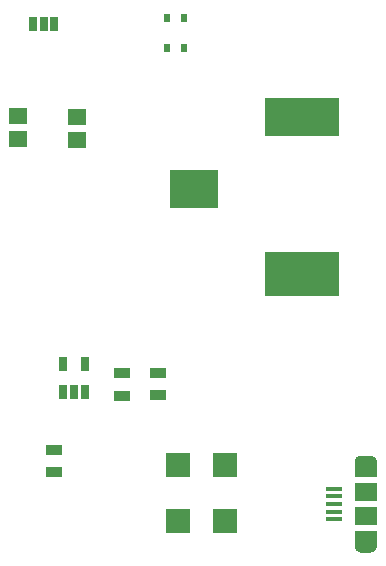
<source format=gbr>
%TF.GenerationSoftware,Altium Limited,Altium Designer,24.6.1 (21)*%
G04 Layer_Color=8421504*
%FSLAX45Y45*%
%MOMM*%
%TF.SameCoordinates,AC9FF34B-BC34-43DD-B331-A16B571A9E15*%
%TF.FilePolarity,Positive*%
%TF.FileFunction,Paste,Top*%
%TF.Part,Single*%
G01*
G75*
%TA.AperFunction,NonConductor*%
%ADD10C,0.50000*%
%TA.AperFunction,SMDPad,CuDef*%
%ADD11R,1.55000X1.35000*%
%ADD12R,1.40000X0.95000*%
%ADD13R,2.00000X2.00000*%
%ADD14R,0.63500X1.27000*%
%ADD15R,0.70000X1.30000*%
%ADD16R,1.45000X0.95000*%
%ADD17R,0.60000X0.80000*%
%ADD18R,6.35000X3.81000*%
%TA.AperFunction,ConnectorPad*%
%ADD19R,1.35000X0.40000*%
%TA.AperFunction,SMDPad,CuDef*%
%ADD20R,6.35000X3.30000*%
%ADD21R,4.06000X3.30000*%
%TA.AperFunction,ConnectorPad*%
%ADD22R,1.90000X1.50000*%
G36*
X5868800Y1367200D02*
X5678800D01*
Y1497200D01*
X5868800D01*
Y1367200D01*
D02*
G37*
G36*
X5818803Y1317202D02*
X5728800Y1317200D01*
Y1367200D01*
X5818803D01*
Y1317202D01*
D02*
G37*
G36*
X5818800Y2087201D02*
X5728797D01*
Y2137198D01*
X5818800Y2137200D01*
Y2087201D01*
D02*
G37*
G36*
X5868800Y1957200D02*
X5678800D01*
Y2087200D01*
X5868800D01*
Y1957200D01*
D02*
G37*
D10*
X5843800Y1367200D02*
G03*
X5843800Y1367200I-25000J0D01*
G01*
X5753800D02*
G03*
X5753800Y1367200I-25000J0D01*
G01*
X5843800Y2087200D02*
G03*
X5843800Y2087200I-25000J0D01*
G01*
X5753800D02*
G03*
X5753800Y2087200I-25000J0D01*
G01*
D11*
X3327400Y4808800D02*
D03*
Y5003800D02*
D03*
X2832100Y4817400D02*
D03*
Y5012400D02*
D03*
D12*
X4013200Y2650700D02*
D03*
Y2835700D02*
D03*
X3136900Y2188000D02*
D03*
Y2003000D02*
D03*
D13*
X4181500Y1587500D02*
D03*
X4581500D02*
D03*
Y2057400D02*
D03*
X4181500D02*
D03*
D14*
X2959100Y5791200D02*
D03*
X3136900D02*
D03*
X3048000D02*
D03*
D15*
X3207000Y2914000D02*
D03*
Y2674000D02*
D03*
X3397000D02*
D03*
Y2914000D02*
D03*
X3302000Y2674000D02*
D03*
D16*
X3708400Y2645700D02*
D03*
Y2840700D02*
D03*
D17*
X4093100Y5842000D02*
D03*
Y5588000D02*
D03*
X4238100Y5842000D02*
D03*
Y5588000D02*
D03*
D18*
X5230600Y3675000D02*
D03*
D19*
X5503800Y1597200D02*
D03*
Y1857200D02*
D03*
Y1662200D02*
D03*
Y1727200D02*
D03*
Y1792200D02*
D03*
D20*
X5230600Y5004000D02*
D03*
D21*
X4316600Y4394000D02*
D03*
D22*
X5773800Y1627200D02*
D03*
Y1827200D02*
D03*
%TF.MD5,2f9595d7e1d2cb38b422ddef9aa0a2ad*%
M02*

</source>
